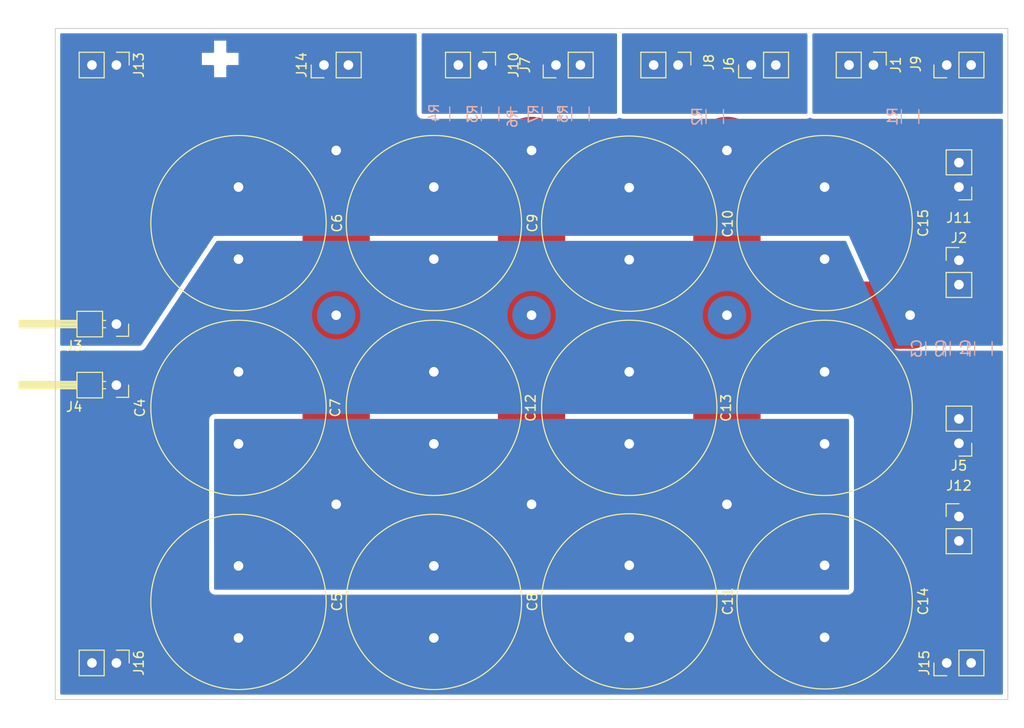
<source format=kicad_pcb>
(kicad_pcb (version 20211014) (generator pcbnew)
  (layers (0 "F.Cu" signal) (31 "B.Cu" signal) (34 "B.Paste" user) (35 "F.Paste" user) (36 "B.SilkS" user "B.Silkscreen") (37 "F.SilkS" user "F.Silkscreen") (38 "B.Mask" user) (39 "F.Mask" user) (44 "Edge.Cuts" user))
  (net 0 "")
  (net 1 "/VCC")
  (net 2 "/GND")
  (net 3 "/R1")
  (net 4 "/R0.1")
  (net 5 "/R0.05")
  (footprint "Capacitor_THT:C_Radial_D18.0mm_H35.5mm_P7.50mm" (layer "F.Cu") (at 135.89 100.39 90)
    (fp_text reference "C12" (at 3.75 -10.25 90) (layer "F.SilkS"))
    (fp_text value "10000uF")
    (fp_circle (center 3.75 0) (end 12.87 0) (layer "F.SilkS") (width 0.12) (fill none))
    (pad "1" thru_hole circle (at 0 0 90) (size 2 2) (drill 1) (layers *.Cu *.Mask) (net 1 "/VCC"))
    (pad "2" thru_hole circle (at 7.5 0 90) (size 2 2) (drill 1) (layers *.Cu *.Mask) (net 2 "/GND"))
  )
  (footprint "Connector_PinHeader_2.54mm:PinHeader_1x02_P2.54mm_Vertical" (layer "F.Cu") (at 161.29 60.96 -90)
    (fp_text reference "J1" (at 0 -2.33 90) (layer "F.SilkS"))
    (fp_text value "Conn_01x02_Male")
    (fp_line (start -1.33 -1.33) (end 0 -1.33) (layer "F.SilkS") (width 0.12))
    (fp_line (start -1.33 0) (end -1.33 -1.33) (layer "F.SilkS") (width 0.12))
    (fp_line (start -1.33 3.87) (end 1.33 3.87) (layer "F.SilkS") (width 0.12))
    (fp_line (start -1.33 1.27) (end 1.33 1.27) (layer "F.SilkS") (width 0.12))
    (fp_line (start -1.33 1.27) (end -1.33 3.87) (layer "F.SilkS") (width 0.12))
    (fp_line (start 1.33 1.27) (end 1.33 3.87) (layer "F.SilkS") (width 0.12))
    (pad "1" thru_hole rect (at 0 0 270) (size 1.7 1.7) (drill 1) (layers *.Cu *.Mask) (net 3 "/R1"))
    (pad "2" thru_hole oval (at 0 2.54 270) (size 1.7 1.7) (drill 1) (layers *.Cu *.Mask) (net 3 "/R1"))
  )
  (footprint "Connector_PinHeader_2.54mm:PinHeader_1x02_P2.54mm_Vertical" (layer "F.Cu") (at 140.97 60.96 -90)
    (fp_text reference "J8" (at -0.29 -3.21 90) (layer "F.SilkS"))
    (fp_text value "Conn_01x02_Male")
    (fp_line (start -1.33 3.87) (end 1.33 3.87) (layer "F.SilkS") (width 0.12))
    (fp_line (start -1.33 -1.33) (end 0 -1.33) (layer "F.SilkS") (width 0.12))
    (fp_line (start -1.33 1.27) (end 1.33 1.27) (layer "F.SilkS") (width 0.12))
    (fp_line (start 1.33 1.27) (end 1.33 3.87) (layer "F.SilkS") (width 0.12))
    (fp_line (start -1.33 0) (end -1.33 -1.33) (layer "F.SilkS") (width 0.12))
    (fp_line (start -1.33 1.27) (end -1.33 3.87) (layer "F.SilkS") (width 0.12))
    (pad "1" thru_hole rect (at 0 0 270) (size 1.7 1.7) (drill 1) (layers *.Cu *.Mask) (net 4 "/R0.1"))
    (pad "2" thru_hole oval (at 0 2.54 270) (size 1.7 1.7) (drill 1) (layers *.Cu *.Mask) (net 4 "/R0.1"))
  )
  (footprint "Connector_PinHeader_2.54mm:PinHeader_1x02_P2.54mm_Vertical" (layer "F.Cu") (at 170.18 100.33 180)
    (fp_text reference "J5" (at 0 -2.33) (layer "F.SilkS"))
    (fp_text value "Conn_01x02_Male")
    (fp_line (start -1.33 -1.33) (end 0 -1.33) (layer "F.SilkS") (width 0.12))
    (fp_line (start -1.33 0) (end -1.33 -1.33) (layer "F.SilkS") (width 0.12))
    (fp_line (start -1.33 1.27) (end 1.33 1.27) (layer "F.SilkS") (width 0.12))
    (fp_line (start 1.33 1.27) (end 1.33 3.87) (layer "F.SilkS") (width 0.12))
    (fp_line (start -1.33 1.27) (end -1.33 3.87) (layer "F.SilkS") (width 0.12))
    (fp_line (start -1.33 3.87) (end 1.33 3.87) (layer "F.SilkS") (width 0.12))
    (pad "1" thru_hole rect (at 0 0 180) (size 1.7 1.7) (drill 1) (layers *.Cu *.Mask) (net 2 "/GND"))
    (pad "2" thru_hole oval (at 0 2.54 180) (size 1.7 1.7) (drill 1) (layers *.Cu *.Mask) (net 2 "/GND"))
  )
  (footprint "Capacitor_THT:C_Radial_D18.0mm_H35.5mm_P7.50mm" (layer "F.Cu") (at 156.21 73.66 -90)
    (fp_text reference "C15" (at 3.75 -10.25 90) (layer "F.SilkS"))
    (fp_text value "10000uF")
    (fp_circle (center 3.75 0) (end 12.87 0) (layer "F.SilkS") (width 0.12) (fill none))
    (pad "1" thru_hole circle (at 0 0 270) (size 2 2) (drill 1) (layers *.Cu *.Mask) (net 1 "/VCC"))
    (pad "2" thru_hole circle (at 7.5 0 270) (size 2 2) (drill 1) (layers *.Cu *.Mask) (net 2 "/GND"))
  )
  (footprint "Capacitor_THT:C_Radial_D18.0mm_H35.5mm_P7.50mm" (layer "F.Cu") (at 115.57 113.09 -90)
    (fp_text reference "C8" (at 3.75 -10.25 90) (layer "F.SilkS"))
    (fp_text value "10000uF")
    (fp_circle (center 3.75 0) (end 12.87 0) (layer "F.SilkS") (width 0.12) (fill none))
    (pad "1" thru_hole circle (at 0 0 270) (size 2 2) (drill 1) (layers *.Cu *.Mask) (net 1 "/VCC"))
    (pad "2" thru_hole circle (at 7.5 0 270) (size 2 2) (drill 1) (layers *.Cu *.Mask) (net 2 "/GND"))
  )
  (footprint "Capacitor_THT:C_Radial_D18.0mm_H35.5mm_P7.50mm" (layer "F.Cu") (at 156.21 113.03 -90)
    (fp_text reference "C14" (at 3.75 -10.25 90) (layer "F.SilkS"))
    (fp_text value "10000uF")
    (fp_circle (center 3.75 0) (end 12.87 0) (layer "F.SilkS") (width 0.12) (fill none))
    (pad "1" thru_hole circle (at 0 0 270) (size 2 2) (drill 1) (layers *.Cu *.Mask) (net 1 "/VCC"))
    (pad "2" thru_hole circle (at 7.5 0 270) (size 2 2) (drill 1) (layers *.Cu *.Mask) (net 2 "/GND"))
  )
  (footprint "Capacitor_THT:C_Radial_D18.0mm_H35.5mm_P7.50mm" (layer "F.Cu") (at 95.25 113.09 -90)
    (fp_text reference "C5" (at 3.75 -10.25 90) (layer "F.SilkS"))
    (fp_text value "10000uF")
    (fp_circle (center 3.75 0) (end 12.87 0) (layer "F.SilkS") (width 0.12) (fill none))
    (pad "1" thru_hole circle (at 0 0 270) (size 2 2) (drill 1) (layers *.Cu *.Mask) (net 1 "/VCC"))
    (pad "2" thru_hole circle (at 7.5 0 270) (size 2 2) (drill 1) (layers *.Cu *.Mask) (net 2 "/GND"))
  )
  (footprint "Connector_PinHeader_2.54mm:PinHeader_1x02_P2.54mm_Vertical" (layer "F.Cu") (at 128.27 60.96 90)
    (fp_text reference "J7" (at 0 -3.21 90) (layer "F.SilkS"))
    (fp_text value "Conn_01x02_Male")
    (fp_line (start -1.33 3.87) (end 1.33 3.87) (layer "F.SilkS") (width 0.12))
    (fp_line (start -1.33 1.27) (end -1.33 3.87) (layer "F.SilkS") (width 0.12))
    (fp_line (start -1.33 0) (end -1.33 -1.33) (layer "F.SilkS") (width 0.12))
    (fp_line (start 1.33 1.27) (end 1.33 3.87) (layer "F.SilkS") (width 0.12))
    (fp_line (start -1.33 1.27) (end 1.33 1.27) (layer "F.SilkS") (width 0.12))
    (fp_line (start -1.33 -1.33) (end 0 -1.33) (layer "F.SilkS") (width 0.12))
    (pad "1" thru_hole rect (at 0 0 90) (size 1.7 1.7) (drill 1) (layers *.Cu *.Mask) (net 5 "/R0.05"))
    (pad "2" thru_hole oval (at 0 2.54 90) (size 1.7 1.7) (drill 1) (layers *.Cu *.Mask) (net 5 "/R0.05"))
  )
  (footprint "Capacitor_THT:C_Radial_D18.0mm_H35.5mm_P7.50mm" (layer "F.Cu") (at 115.57 73.66 -90)
    (fp_text reference "C9" (at 3.75 -10.25 90) (layer "F.SilkS"))
    (fp_text value "10000uF")
    (fp_circle (center 3.75 0) (end 12.87 0) (layer "F.SilkS") (width 0.12) (fill none))
    (pad "1" thru_hole circle (at 0 0 270) (size 2 2) (drill 1) (layers *.Cu *.Mask) (net 1 "/VCC"))
    (pad "2" thru_hole circle (at 7.5 0 270) (size 2 2) (drill 1) (layers *.Cu *.Mask) (net 2 "/GND"))
  )
  (footprint "Connector_PinHeader_2.54mm:PinHeader_1x02_P2.54mm_Vertical" (layer "F.Cu") (at 168.91 60.96 90)
    (fp_text reference "J9" (at 0.12 -3.21 90) (layer "F.SilkS"))
    (fp_text value "Conn_01x02_Male")
    (fp_line (start 1.33 1.27) (end 1.33 3.87) (layer "F.SilkS") (width 0.12))
    (fp_line (start -1.33 3.87) (end 1.33 3.87) (layer "F.SilkS") (width 0.12))
    (fp_line (start -1.33 1.27) (end 1.33 1.27) (layer "F.SilkS") (width 0.12))
    (fp_line (start -1.33 0) (end -1.33 -1.33) (layer "F.SilkS") (width 0.12))
    (fp_line (start -1.33 1.27) (end -1.33 3.87) (layer "F.SilkS") (width 0.12))
    (fp_line (start -1.33 -1.33) (end 0 -1.33) (layer "F.SilkS") (width 0.12))
    (pad "1" thru_hole rect (at 0 0 90) (size 1.7 1.7) (drill 1) (layers *.Cu *.Mask) (net 3 "/R1"))
    (pad "2" thru_hole oval (at 0 2.54 90) (size 1.7 1.7) (drill 1) (layers *.Cu *.Mask) (net 3 "/R1"))
  )
  (footprint "Capacitor_THT:C_Radial_D18.0mm_H35.5mm_P7.50mm" (layer "F.Cu") (at 156.21 100.39 90)
    (fp_text reference "C13" (at 3.75 -10.25 90) (layer "F.SilkS"))
    (fp_text value "10000uF")
    (fp_circle (center 3.75 0) (end 12.87 0) (layer "F.SilkS") (width 0.12) (fill none))
    (pad "1" thru_hole circle (at 0 0 90) (size 2 2) (drill 1) (layers *.Cu *.Mask) (net 1 "/VCC"))
    (pad "2" thru_hole circle (at 7.5 0 90) (size 2 2) (drill 1) (layers *.Cu *.Mask) (net 2 "/GND"))
  )
  (footprint "Capacitor_THT:C_Radial_D18.0mm_H35.5mm_P7.50mm" (layer "F.Cu") (at 115.57 100.39 90)
    (fp_text reference "C7" (at 3.75 -10.25 90) (layer "F.SilkS"))
    (fp_text value "10000uF")
    (fp_circle (center 3.75 0) (end 12.87 0) (layer "F.SilkS") (width 0.12) (fill none))
    (pad "1" thru_hole circle (at 0 0 90) (size 2 2) (drill 1) (layers *.Cu *.Mask) (net 1 "/VCC"))
    (pad "2" thru_hole circle (at 7.5 0 90) (size 2 2) (drill 1) (layers *.Cu *.Mask) (net 2 "/GND"))
  )
  (footprint "Connector_PinHeader_2.54mm:PinHeader_1x02_P2.54mm_Vertical" (layer "F.Cu") (at 82.55 60.96 -90)
    (fp_text reference "J13" (at 0 -2.33 90) (layer "F.SilkS"))
    (fp_text value "Conn_01x02_Male")
    (fp_line (start -1.33 3.87) (end 1.33 3.87) (layer "F.SilkS") (width 0.12))
    (fp_line (start -1.33 0) (end -1.33 -1.33) (layer "F.SilkS") (width 0.12))
    (fp_line (start -1.33 1.27) (end -1.33 3.87) (layer "F.SilkS") (width 0.12))
    (fp_line (start 1.33 1.27) (end 1.33 3.87) (layer "F.SilkS") (width 0.12))
    (fp_line (start -1.33 -1.33) (end 0 -1.33) (layer "F.SilkS") (width 0.12))
    (fp_line (start -1.33 1.27) (end 1.33 1.27) (layer "F.SilkS") (width 0.12))
    (pad "1" thru_hole rect (at 0 0 270) (size 1.7 1.7) (drill 1) (layers *.Cu *.Mask) (net 1 "/VCC"))
    (pad "2" thru_hole oval (at 0 2.54 270) (size 1.7 1.7) (drill 1) (layers *.Cu *.Mask) (net 1 "/VCC"))
  )
  (footprint "Connector_PinHeader_2.54mm:PinHeader_1x01_P2.54mm_Horizontal" (layer "F.Cu") (at 82.55 94.2725 180)
    (fp_text reference "J4" (at 4.385 -2.27) (layer "F.SilkS"))
    (fp_text value "Conn_01x01_Female")
    (fp_line (start 1.11 -0.38) (end 1.44 -0.38) (layer "F.SilkS") (width 0.12))
    (fp_line (start -1.27 -1.27) (end 0 -1.27) (layer "F.SilkS") (width 0.12))
    (fp_line (start 4.1 -0.2) (end 10.1 -0.2) (layer "F.SilkS") (width 0.12))
    (fp_line (start 4.1 0.28) (end 10.1 0.28) (layer "F.SilkS") (width 0.12))
    (fp_line (start 4.1 1.33) (end 4.1 -1.33) (layer "F.SilkS") (width 0.12))
    (fp_line (start 4.1 -0.38) (end 10.1 -0.38) (layer "F.SilkS") (width 0.12))
    (fp_line (start 10.1 0.38) (end 4.1 0.38) (layer "F.SilkS") (width 0.12))
    (fp_line (start 4.1 -0.32) (end 10.1 -0.32) (layer "F.SilkS") (width 0.12))
    (fp_line (start 1.44 1.33) (end 4.1 1.33) (layer "F.SilkS") (width 0.12))
    (fp_line (start 1.11 0.38) (end 1.44 0.38) (layer "F.SilkS") (width 0.12))
    (fp_line (start -1.27 0) (end -1.27 -1.27) (layer "F.SilkS") (width 0.12))
    (fp_line (start 4.1 0.04) (end 10.1 0.04) (layer "F.SilkS") (width 0.12))
    (fp_line (start 4.1 0.16) (end 10.1 0.16) (layer "F.SilkS") (width 0.12))
    (fp_line (start 4.1 -1.33) (end 1.44 -1.33) (layer "F.SilkS") (width 0.12))
    (fp_line (start 10.1 -0.38) (end 10.1 0.38) (layer "F.SilkS") (width 0.12))
    (fp_line (start 4.1 -0.08) (end 10.1 -0.08) (layer "F.SilkS") (width 0.12))
    (fp_line (start 1.44 -1.33) (end 1.44 1.33) (layer "F.SilkS") (width 0.12))
    (pad "1" thru_hole rect (at 0 0 180) (size 1.7 1.7) (drill 1) (layers *.Cu *.Mask) (net 2 "/GND"))
  )
  (footprint "Capacitor_THT:C_Radial_D18.0mm_H35.5mm_P7.50mm" (layer "F.Cu") (at 135.89 73.72 -90)
    (fp_text reference "C10" (at 3.75 -10.25 90) (layer "F.SilkS"))
    (fp_text value "10000uF")
    (fp_circle (center 3.75 0) (end 12.87 0) (layer "F.SilkS") (width 0.12) (fill none))
    (pad "1" thru_hole circle (at 0 0 270) (size 2 2) (drill 1) (layers *.Cu *.Mask) (net 1 "/VCC"))
    (pad "2" thru_hole circle (at 7.5 0 270) (size 2 2) (drill 1) (layers *.Cu *.Mask) (net 2 "/GND"))
  )
  (footprint "Connector_PinHeader_2.54mm:PinHeader_1x01_P2.54mm_Horizontal" (layer "F.Cu") (at 82.55 87.9225 180)
    (fp_text reference "J3" (at 4.385 -2.27) (layer "F.SilkS"))
    (fp_text value "Conn_01x01_Female")
    (fp_line (start 1.11 -0.38) (end 1.44 -0.38) (layer "F.SilkS") (width 0.12))
    (fp_line (start 4.1 -0.32) (end 10.1 -0.32) (layer "F.SilkS") (width 0.12))
    (fp_line (start -1.27 -1.27) (end 0 -1.27) (layer "F.SilkS") (width 0.12))
    (fp_line (start 10.1 0.38) (end 4.1 0.38) (layer "F.SilkS") (width 0.12))
    (fp_line (start 10.1 -0.38) (end 10.1 0.38) (layer "F.SilkS") (width 0.12))
    (fp_line (start 4.1 -0.38) (end 10.1 -0.38) (layer "F.SilkS") (width 0.12))
    (fp_line (start 4.1 1.33) (end 4.1 -1.33) (layer "F.SilkS") (width 0.12))
    (fp_line (start 4.1 0.28) (end 10.1 0.28) (layer "F.SilkS") (width 0.12))
    (fp_line (start 1.11 0.38) (end 1.44 0.38) (layer "F.SilkS") (width 0.12))
    (fp_line (start -1.27 0) (end -1.27 -1.27) (layer "F.SilkS") (width 0.12))
    (fp_line (start 4.1 -1.33) (end 1.44 -1.33) (layer "F.SilkS") (width 0.12))
    (fp_line (start 4.1 -0.08) (end 10.1 -0.08) (layer "F.SilkS") (width 0.12))
    (fp_line (start 1.44 -1.33) (end 1.44 1.33) (layer "F.SilkS") (width 0.12))
    (fp_line (start 4.1 0.16) (end 10.1 0.16) (layer "F.SilkS") (width 0.12))
    (fp_line (start 1.44 1.33) (end 4.1 1.33) (layer "F.SilkS") (width 0.12))
    (fp_line (start 4.1 0.04) (end 10.1 0.04) (layer "F.SilkS") (width 0.12))
    (fp_line (start 4.1 -0.2) (end 10.1 -0.2) (layer "F.SilkS") (width 0.12))
    (pad "1" thru_hole rect (at 0 0 180) (size 1.7 1.7) (drill 1) (layers *.Cu *.Mask) (net 1 "/VCC"))
  )
  (footprint "Connector_PinHeader_2.54mm:PinHeader_1x02_P2.54mm_Vertical" (layer "F.Cu") (at 170.18 81.28)
    (fp_text reference "J2" (at 0 -2.33) (layer "F.SilkS"))
    (fp_text value "Conn_01x02_Male")
    (fp_line (start -1.33 1.27) (end -1.33 3.87) (layer "F.SilkS") (width 0.12))
    (fp_line (start -1.33 -1.33) (end 0 -1.33) (layer "F.SilkS") (width 0.12))
    (fp_line (start -1.33 3.87) (end 1.33 3.87) (layer "F.SilkS") (width 0.12))
    (fp_line (start 1.33 1.27) (end 1.33 3.87) (layer "F.SilkS") (width 0.12))
    (fp_line (start -1.33 0) (end -1.33 -1.33) (layer "F.SilkS") (width 0.12))
    (fp_line (start -1.33 1.27) (end 1.33 1.27) (layer "F.SilkS") (width 0.12))
    (pad "1" thru_hole rect (at 0 0) (size 1.7 1.7) (drill 1) (layers *.Cu *.Mask) (net 1 "/VCC"))
    (pad "2" thru_hole oval (at 0 2.54) (size 1.7 1.7) (drill 1) (layers *.Cu *.Mask) (net 1 "/VCC"))
  )
  (footprint "Connector_PinHeader_2.54mm:PinHeader_1x02_P2.54mm_Vertical" (layer "F.Cu") (at 82.55 123.19 -90)
    (fp_text reference "J16" (at 0 -2.33 90) (layer "F.SilkS"))
    (fp_text value "Conn_01x02_Male")
    (fp_line (start -1.33 -1.33) (end 0 -1.33) (layer "F.SilkS") (width 0.12))
    (fp_line (start -1.33 1.27) (end 1.33 1.27) (layer "F.SilkS") (width 0.12))
    (fp_line (start 1.33 1.27) (end 1.33 3.87) (layer "F.SilkS") (width 0.12))
    (fp_line (start -1.33 0) (end -1.33 -1.33) (layer "F.SilkS") (width 0.12))
    (fp_line (start -1.33 1.27) (end -1.33 3.87) (layer "F.SilkS") (width 0.12))
    (fp_line (start -1.33 3.87) (end 1.33 3.87) (layer "F.SilkS") (width 0.12))
    (pad "1" thru_hole rect (at 0 0 270) (size 1.7 1.7) (drill 1) (layers *.Cu *.Mask) (net 2 "/GND"))
    (pad "2" thru_hole oval (at 0 2.54 270) (size 1.7 1.7) (drill 1) (layers *.Cu *.Mask) (net 2 "/GND"))
  )
  (footprint "Connector_PinHeader_2.54mm:PinHeader_1x02_P2.54mm_Vertical" (layer "F.Cu") (at 168.91 123.19 90)
    (fp_text reference "J15" (at 0 -2.33 90) (layer "F.SilkS"))
    (fp_text value "Conn_01x02_Male")
    (fp_line (start -1.33 0) (end -1.33 -1.33) (layer "F.SilkS") (width 0.12))
    (fp_line (start 1.33 1.27) (end 1.33 3.87) (layer "F.SilkS") (width 0.12))
    (fp_line (start -1.33 1.27) (end 1.33 1.27) (layer "F.SilkS") (width 0.12))
    (fp_line (start -1.33 3.87) (end 1.33 3.87) (layer "F.SilkS") (width 0.12))
    (fp_line (start -1.33 1.27) (end -1.33 3.87) (layer "F.SilkS") (width 0.12))
    (fp_line (start -1.33 -1.33) (end 0 -1.33) (layer "F.SilkS") (width 0.12))
    (pad "1" thru_hole rect (at 0 0 90) (size 1.7 1.7) (drill 1) (layers *.Cu *.Mask) (net 2 "/GND"))
    (pad "2" thru_hole oval (at 0 2.54 90) (size 1.7 1.7) (drill 1) (layers *.Cu *.Mask) (net 2 "/GND"))
  )
  (footprint "Connector_PinHeader_2.54mm:PinHeader_1x02_P2.54mm_Vertical" (layer "F.Cu") (at 170.18 73.66 180)
    (fp_text reference "J11" (at 0 -3.21) (layer "F.SilkS"))
    (fp_text value "Conn_01x02_Male")
    (fp_line (start -1.33 0) (end -1.33 -1.33) (layer "F.SilkS") (width 0.12))
    (fp_line (start -1.33 -1.33) (end 0 -1.33) (layer "F.SilkS") (width 0.12))
    (fp_line (start -1.33 1.27) (end 1.33 1.27) (layer "F.SilkS") (width 0.12))
    (fp_line (start -1.33 1.27) (end -1.33 3.87) (layer "F.SilkS") (width 0.12))
    (fp_line (start -1.33 3.87) (end 1.33 3.87) (layer "F.SilkS") (width 0.12))
    (fp_line (start 1.33 1.27) (end 1.33 3.87) (layer "F.SilkS") (width 0.12))
    (pad "1" thru_hole rect (at 0 0 180) (size 1.7 1.7) (drill 1) (layers *.Cu *.Mask) (net 1 "/VCC"))
    (pad "2" thru_hole oval (at 0 2.54 180) (size 1.7 1.7) (drill 1) (layers *.Cu *.Mask) (net 1 "/VCC"))
  )
  (footprint "Capacitor_THT:C_Radial_D18.0mm_H35.5mm_P7.50mm" (layer "F.Cu") (at 135.89 113.03 -90)
    (fp_text reference "C11" (at 3.75 -10.25 90) (layer "F.SilkS"))
    (fp_text value "10000uF")
    (fp_circle (center 3.75 0) (end 12.87 0) (layer "F.SilkS") (width 0.12) (fill none))
    (pad "1" thru_hole circle (at 0 0 270) (size 2 2) (drill 1) (layers *.Cu *.Mask) (net 1 "/VCC"))
    (pad "2" thru_hole circle (at 7.5 0 270) (size 2 2) (drill 1) (layers *.Cu *.Mask) (net 2 "/GND"))
  )
  (footprint "Connector_PinHeader_2.54mm:PinHeader_1x02_P2.54mm_Vertical" (layer "F.Cu") (at 104.14 60.96 90)
    (fp_text reference "J14" (at 0 -2.33 90) (layer "F.SilkS"))
    (fp_text value "Conn_01x02_Male")
    (fp_line (start -1.33 -1.33) (end 0 -1.33) (layer "F.SilkS") (width 0.12))
    (fp_line (start 1.33 1.27) (end 1.33 3.87) (layer "F.SilkS") (width 0.12))
    (fp_line (start -1.33 1.27) (end -1.33 3.87) (layer "F.SilkS") (width 0.12))
    (fp_line (start -1.33 0) (end -1.33 -1.33) (layer "F.SilkS") (width 0.12))
    (fp_line (start -1.33 3.87) (end 1.33 3.87) (layer "F.SilkS") (width 0.12))
    (fp_line (start -1.33 1.27) (end 1.33 1.27) (layer "F.SilkS") (width 0.12))
    (pad "1" thru_hole rect (at 0 0 90) (size 1.7 1.7) (drill 1) (layers *.Cu *.Mask) (net 1 "/VCC"))
    (pad "2" thru_hole oval (at 0 2.54 90) (size 1.7 1.7) (drill 1) (layers *.Cu *.Mask) (net 1 "/VCC"))
  )
  (footprint "Connector_PinHeader_2.54mm:PinHeader_1x02_P2.54mm_Vertical" (layer "F.Cu") (at 120.65 60.96 -90)
    (fp_text reference "J10" (at 0 -3.21 90) (layer "F.SilkS"))
    (fp_text value "Conn_01x02_Male")
    (fp_line (start -1.33 0) (end -1.33 -1.33) (layer "F.SilkS") (width 0.12))
    (fp_line (start -1.33 3.87) (end 1.33 3.87) (layer "F.SilkS") (width 0.12))
    (fp_line (start -1.33 1.27) (end 1.33 1.27) (layer "F.SilkS") (width 0.12))
    (fp_line (start 1.33 1.27) (end 1.33 3.87) (layer "F.SilkS") (width 0.12))
    (fp_line (start -1.33 -1.33) (end 0 -1.33) (layer "F.SilkS") (width 0.12))
    (fp_line (start -1.33 1.27) (end -1.33 3.87) (layer "F.SilkS") (width 0.12))
    (pad "1" thru_hole rect (at 0 0 270) (size 1.7 1.7) (drill 1) (layers *.Cu *.Mask) (net 5 "/R0.05"))
    (pad "2" thru_hole oval (at 0 2.54 270) (size 1.7 1.7) (drill 1) (layers *.Cu *.Mask) (net 5 "/R0.05"))
  )
  (footprint "Capacitor_THT:C_Radial_D18.0mm_H35.5mm_P7.50mm" (layer "F.Cu") (at 95.25 73.66 -90)
    (fp_text reference "C6" (at 3.75 -10.25 90) (layer "F.SilkS"))
    (fp_text value "10000uF")
    (fp_circle (center 3.75 0) (end 12.87 0) (layer "F.SilkS") (width 0.12) (fill none))
    (pad "1" thru_hole circle (at 0 0 270) (size 2 2) (drill 1) (layers *.Cu *.Mask) (net 1 "/VCC"))
    (pad "2" thru_hole circle (at 7.5 0 270) (size 2 2) (drill 1) (layers *.Cu *.Mask) (net 2 "/GND"))
  )
  (footprint "Connector_PinHeader_2.54mm:PinHeader_1x02_P2.54mm_Vertical" (layer "F.Cu") (at 170.18 107.95)
    (fp_text reference "J12" (at 0 -3.21) (layer "F.SilkS"))
    (fp_text value "Conn_01x02_Male")
    (fp_line (start -1.33 3.87) (end 1.33 3.87) (layer "F.SilkS") (width 0.12))
    (fp_line (start -1.33 1.27) (end 1.33 1.27) (layer "F.SilkS") (width 0.12))
    (fp_line (start 1.33 1.27) (end 1.33 3.87) (layer "F.SilkS") (width 0.12))
    (fp_line (start -1.33 0) (end -1.33 -1.33) (layer "F.SilkS") (width 0.12))
    (fp_line (start -1.33 1.27) (end -1.33 3.87) (layer "F.SilkS") (width 0.12))
    (fp_line (start -1.33 -1.33) (end 0 -1.33) (layer "F.SilkS") (width 0.12))
    (pad "1" thru_hole rect (at 0 0) (size 1.7 1.7) (drill 1) (layers *.Cu *.Mask) (net 2 "/GND"))
    (pad "2" thru_hole oval (at 0 2.54) (size 1.7 1.7) (drill 1) (layers *.Cu *.Mask) (net 2 "/GND"))
  )
  (footprint "Capacitor_THT:C_Radial_D18.0mm_H35.5mm_P7.50mm" (layer "F.Cu") (at 95.25 100.39 90)
    (fp_text reference "C4" (at 3.75 -10.25 90) (layer "F.SilkS"))
    (fp_text value "10000uF")
    (fp_circle (center 3.75 0) (end 12.87 0) (layer "F.SilkS") (width 0.12) (fill none))
    (pad "1" thru_hole circle (at 0 0 90) (size 2 2) (drill 1) (layers *.Cu *.Mask) (net 1 "/VCC"))
    (pad "2" thru_hole circle (at 7.5 0 90) (size 2 2) (drill 1) (layers *.Cu *.Mask) (net 2 "/GND"))
  )
  (footprint "Connector_PinHeader_2.54mm:PinHeader_1x02_P2.54mm_Vertical" (layer "F.Cu") (at 148.59 60.96 90)
    (fp_text reference "J6" (at 0 -2.33 90) (layer "F.SilkS"))
    (fp_text value "Conn_01x02_Male")
    (fp_line (start 1.33 1.27) (end 1.33 3.87) (layer "F.SilkS") (width 0.12))
    (fp_line (start -1.33 -1.33) (end 0 -1.33) (layer "F.SilkS") (width 0.12))
    (fp_line (start -1.33 0) (end -1.33 -1.33) (layer "F.SilkS") (width 0.12))
    (fp_line (start -1.33 3.87) (end 1.33 3.87) (layer "F.SilkS") (width 0.12))
    (fp_line (start -1.33 1.27) (end -1.33 3.87) (layer "F.SilkS") (width 0.12))
    (fp_line (start -1.33 1.27) (end 1.33 1.27) (layer "F.SilkS") (width 0.12))
    (pad "1" thru_hole rect (at 0 0 90) (size 1.7 1.7) (drill 1) (layers *.Cu *.Mask) (net 4 "/R0.1"))
    (pad "2" thru_hole oval (at 0 2.54 90) (size 1.7 1.7) (drill 1) (layers *.Cu *.Mask) (net 4 "/R0.1"))
  )
  (footprint "Capacitor_SMD:C_1206_3216Metric_Pad1.33x1.80mm_HandSolder" (layer "B.Cu") (at 167.64 90.4625 -90)
    (fp_text reference "C3" (at 0 1.85 90) (layer "B.SilkS") (effects (justify mirror)))
    (fp_text value "100nF")
    (fp_line (start -0.711252 -0.91) (end 0.711252 -0.91) (layer "B.SilkS") (width 0.12))
    (fp_line (start -0.711252 0.91) (end 0.711252 0.91) (layer "B.SilkS") (width 0.12))
    (pad "1" smd roundrect (at -1.5625 0 270) (size 1.325 1.8) (layers "B.Cu" "B.Paste" "B.Mask") (roundrect_rratio 0.1886792453) (net 1 "/VCC"))
    (pad "2" smd roundrect (at 1.5625 0 270) (size 1.325 1.8) (layers "B.Cu" "B.Paste" "B.Mask") (roundrect_rratio 0.1886792453) (net 2 "/GND"))
  )
  (footprint "Resistor_SMD:R_1206_3216Metric_Pad1.30x1.75mm_HandSolder" (layer "B.Cu") (at 118.13 66.04 -90)
    (fp_text reference "R4" (at -0.09 2.53 90) (layer "B.SilkS") (effects (justify mirror)))
    (fp_text value "0.1R")
    (fp_line (start -0.727064 -0.91) (end 0.727064 -0.91) (layer "B.SilkS") (width 0.12))
    (fp_line (start -0.727064 0.91) (end 0.727064 0.91) (layer "B.SilkS") (width 0.12))
    (pad "1" smd roundrect (at -1.55 0 270) (size 1.3 1.75) (layers "B.Cu" "B.Paste" "B.Mask") (roundrect_rratio 0.192308) (net 5 "/R0.05"))
    (pad "2" smd roundrect (at 1.55 0 270) (size 1.3 1.75) (layers "B.Cu" "B.Paste" "B.Mask") (roundrect_rratio 0.192308) (net 1 "/VCC"))
  )
  (footprint "Resistor_SMD:R_1206_3216Metric_Pad1.30x1.75mm_HandSolder" (layer "B.Cu") (at 144.78 66.32 -90)
    (fp_text reference "R2" (at 0 1.82 90) (layer "B.SilkS") (effects (justify mirror)))
    (fp_text value "1R")
    (fp_line (start -0.727064 -0.91) (end 0.727064 -0.91) (layer "B.SilkS") (width 0.12))
    (fp_line (start -0.727064 0.91) (end 0.727064 0.91) (layer "B.SilkS") (width 0.12))
    (pad "1" smd roundrect (at -1.55 0 270) (size 1.3 1.75) (layers "B.Cu" "B.Paste" "B.Mask") (roundrect_rratio 0.1923076923) (net 4 "/R0.1"))
    (pad "2" smd roundrect (at 1.55 0 270) (size 1.3 1.75) (layers "B.Cu" "B.Paste" "B.Mask") (roundrect_rratio 0.1923076923) (net 1 "/VCC"))
  )
  (footprint "Resistor_SMD:R_1206_3216Metric_Pad1.30x1.75mm_HandSolder" (layer "B.Cu") (at 127.75 66.04 -90)
    (fp_text reference "R7" (at 0 1.82 90) (layer "B.SilkS") (effects (justify mirror)))
    (fp_text value "0.1R")
    (fp_line (start -0.727064 -0.91) (end 0.727064 -0.91) (layer "B.SilkS") (width 0.12))
    (fp_line (start -0.727064 0.91) (end 0.727064 0.91) (layer "B.SilkS") (width 0.12))
    (pad "1" smd roundrect (at -1.55 0 270) (size 1.3 1.75) (layers "B.Cu" "B.Paste" "B.Mask") (roundrect_rratio 0.192308) (net 5 "/R0.05"))
    (pad "2" smd roundrect (at 1.55 0 270) (size 1.3 1.75) (layers "B.Cu" "B.Paste" "B.Mask") (roundrect_rratio 0.192308) (net 1 "/VCC"))
  )
  (footprint "Resistor_SMD:R_1206_3216Metric_Pad1.30x1.75mm_HandSolder" (layer "B.Cu") (at 121.42 66.04 -90)
    (fp_text reference "R3" (at 0 1.82 90) (layer "B.SilkS") (effects (justify mirror)))
    (fp_text value "0.1R")
    (fp_line (start -0.727064 0.91) (end 0.727064 0.91) (layer "B.SilkS") (width 0.12))
    (fp_line (start -0.727064 -0.91) (end 0.727064 -0.91) (layer "B.SilkS") (width 0.12))
    (pad "1" smd roundrect (at -1.55 0 270) (size 1.3 1.75) (layers "B.Cu" "B.Paste" "B.Mask") (roundrect_rratio 0.192308) (net 5 "/R0.05"))
    (pad "2" smd roundrect (at 1.55 0 270) (size 1.3 1.75) (layers "B.Cu" "B.Paste" "B.Mask") (roundrect_rratio 0.192308) (net 1 "/VCC"))
  )
  (footprint "Resistor_SMD:R_1206_3216Metric_Pad1.30x1.75mm_HandSolder" (layer "B.Cu") (at 124.46 66.04 -90)
    (fp_text reference "R6" (at 0.49 0.71 90) (layer "B.SilkS") (effects (justify mirror)))
    (fp_text value "0.1R")
    (fp_line (start -0.727064 -0.91) (end 0.727064 -0.91) (layer "B.SilkS") (width 0.12))
    (fp_line (start -0.727064 0.91) (end 0.727064 0.91) (layer "B.SilkS") (width 0.12))
    (pad "1" smd roundrect (at -1.55 0 270) (size 1.3 1.75) (layers "B.Cu" "B.Paste" "B.Mask") (roundrect_rratio 0.192308) (net 5 "/R0.05"))
    (pad "2" smd roundrect (at 1.55 0 270) (size 1.3 1.75) (layers "B.Cu" "B.Paste" "B.Mask") (roundrect_rratio 0.192308) (net 1 "/VCC"))
  )
  (footprint "Capacitor_SMD:C_1206_3216Metric_Pad1.33x1.80mm_HandSolder" (layer "B.Cu") (at 172.72 90.4625 -90)
    (fp_text reference "C1" (at 0 1.85 90) (layer "B.SilkS") (effects (justify mirror)))
    (fp_text value "10uF")
    (fp_line (start -0.711252 -0.91) (end 0.711252 -0.91) (layer "B.SilkS") (width 0.12))
    (fp_line (start -0.711252 0.91) (end 0.711252 0.91) (layer "B.SilkS") (width 0.12))
    (pad "1" smd roundrect (at -1.5625 0 270) (size 1.325 1.8) (layers "B.Cu" "B.Paste" "B.Mask") (roundrect_rratio 0.1886792453) (net 1 "/VCC"))
    (pad "2" smd roundrect (at 1.5625 0 270) (size 1.325 1.8) (layers "B.Cu" "B.Paste" "B.Mask") (roundrect_rratio 0.1886792453) (net 2 "/GND"))
  )
  (footprint "Capacitor_SMD:C_1206_3216Metric_Pad1.33x1.80mm_HandSolder" (layer "B.Cu") (at 170.18 90.4625 -90)
    (fp_text reference "C2" (at 0 1.85 90) (layer "B.SilkS") (effects (justify mirror)))
    (fp_text value "1uF")
    (fp_line (start -0.711252 -0.91) (end 0.711252 -0.91) (layer "B.SilkS") (width 0.12))
    (fp_line (start -0.711252 0.91) (end 0.711252 0.91) (layer "B.SilkS") (width 0.12))
    (pad "1" smd roundrect (at -1.5625 0 270) (size 1.325 1.8) (layers "B.Cu" "B.Paste" "B.Mask") (roundrect_rratio 0.1886792453) (net 1 "/VCC"))
    (pad "2" smd roundrect (at 1.5625 0 270) (size 1.325 1.8) (layers "B.Cu" "B.Paste" "B.Mask") (roundrect_rratio 0.1886792453) (net 2 "/GND"))
  )
  (footprint "Resistor_SMD:R_1206_3216Metric_Pad1.30x1.75mm_HandSolder" (layer "B.Cu") (at 130.81 66.04 -90)
    (fp_text reference "R5" (at 0 1.82 90) (layer "B.SilkS") (effects (justify mirror)))
    (fp_text value "0.1R")
    (fp_line (start -0.727064 -0.91) (end 0.727064 -0.91) (layer "B.SilkS") (width 0.12))
    (fp_line (start -0.727064 0.91) (end 0.727064 0.91) (layer "B.SilkS") (width 0.12))
    (pad "1" smd roundrect (at -1.55 0 270) (size 1.3 1.75) (layers "B.Cu" "B.Paste" "B.Mask") (roundrect_rratio 0.192308) (net 5 "/R0.05"))
    (pad "2" smd roundrect (at 1.55 0 270) (size 1.3 1.75) (layers "B.Cu" "B.Paste" "B.Mask") (roundrect_rratio 0.192308) (net 1 "/VCC"))
  )
  (footprint "Resistor_SMD:R_1206_3216Metric_Pad1.30x1.75mm_HandSolder" (layer "B.Cu") (at 165.1 66.32 -90)
    (fp_text reference "R1" (at 0 1.82 90) (layer "B.SilkS") (effects (justify mirror)))
    (fp_text value "1R")
    (fp_line (start -0.727064 0.91) (end 0.727064 0.91) (layer "B.SilkS") (width 0.12))
    (fp_line (start -0.727064 -0.91) (end 0.727064 -0.91) (layer "B.SilkS") (width 0.12))
    (pad "1" smd roundrect (at -1.55 0 270) (size 1.3 1.75) (layers "B.Cu" "B.Paste" "B.Mask") (roundrect_rratio 0.1923076923) (net 3 "/R1"))
    (pad "2" smd roundrect (at 1.55 0 270) (size 1.3 1.75) (layers "B.Cu" "B.Paste" "B.Mask") (roundrect_rratio 0.1923076923) (net 1 "/VCC"))
  )
  (gr_rect (start 76.2 127) (end 175.26 57.15) (layer "Edge.Cuts") (width 0.1) (fill none))
  (segment (start 165.1 86.995) (end 105.41 86.995) (width 7) (layer "F.Cu") (net 1))
  (segment (start 146.05 106.68) (end 146.05 86.995) (width 7) (layer "F.Cu") (net 1))
  (segment (start 125.73 86.995) (end 125.73 69.85) (width 7) (layer "F.Cu") (net 1))
  (segment (start 146.05 86.995) (end 146.05 69.85) (width 7) (layer "F.Cu") (net 1))
  (segment (start 105.41 106.68) (end 105.41 69.85) (width 7) (layer "F.Cu") (net 1))
  (segment (start 125.73 106.68) (end 125.73 86.995) (width 7) (layer "F.Cu") (net 1))
  (via (at 146.05 69.85) (size 4) (drill 1) (layers "F.Cu" "B.Cu") (net 1))
  (via (at 165.1 86.995) (size 4) (drill 1) (layers "F.Cu" "B.Cu") (net 1))
  (via (at 146.05 106.68) (size 4) (drill 1) (layers "F.Cu" "B.Cu") (net 1))
  (via (at 125.73 69.85) (size 4) (drill 1) (layers "F.Cu" "B.Cu") (net 1))
  (via (at 105.41 86.995) (size 4) (drill 1) (layers "F.Cu" "B.Cu") (net 1))
  (via (at 125.73 106.68) (size 4) (drill 1) (layers "F.Cu" "B.Cu") (net 1))
  (via (at 105.41 69.85) (size 4) (drill 1) (layers "F.Cu" "B.Cu") (net 1))
  (via (at 146.05 86.995) (size 4) (drill 1) (layers "F.Cu" "B.Cu") (net 1))
  (via (at 125.73 86.995) (size 4) (drill 1) (layers "F.Cu" "B.Cu") (net 1))
  (via (at 105.41 106.68) (size 4) (drill 1) (layers "F.Cu" "B.Cu") (net 1))
  (zone (net 0) (net_name "") (layer "B.Cu") (connect_pads yes (clearance 0)) (min_thickness 0.254)
    (keepout (tracks not_allowed) (vias not_allowed) (pads not_allowed) (copperpour not_allowed) (footprints not_allowed))
    (fill (thermal_gap 0.508) (thermal_bridge_width 0.508))
    (polygon (pts (xy 93.98 59.69) (xy 95.25 59.69) (xy 95.25 60.96) (xy 93.98 60.96) (xy 93.98 62.23) (xy 92.71 62.23) (xy 92.71 60.96) (xy 91.44 60.96) (xy 91.44 59.69) (xy 92.71 59.69) (xy 92.71 58.42) (xy 93.98 58.42)))
  )
  (zone (net 2) (net_name "/GND") (layer "B.Cu") (connect_pads yes (clearance 0.508)) (min_thickness 0.254) (fill yes (thermal_gap 0.508) (thermal_bridge_width 0.508))
    (polygon (pts (xy 175.26 127) (xy 76.2 127) (xy 76.2 78.74) (xy 175.26 78.74)))
  )
  (zone (net 5) (net_name "/R0.05") (layer "B.Cu") (priority 3) (connect_pads yes (clearance 0.508)) (min_thickness 0.254) (fill yes (thermal_gap 0.508) (thermal_bridge_width 0.508))
    (polygon (pts (xy 134.62 66.04) (xy 114.3 66.04) (xy 114.3 57.15) (xy 134.62 57.15)))
  )
  (zone (net 3) (net_name "/R1") (layer "B.Cu") (priority 3) (connect_pads yes (clearance 0.508)) (min_thickness 0.254) (fill yes (thermal_gap 0.508) (thermal_bridge_width 0.508))
    (polygon (pts (xy 175.26 66.04) (xy 154.94 66.04) (xy 154.94 57.15) (xy 175.26 57.15)))
  )
  (zone (net 1) (net_name "/VCC") (layer "B.Cu") (priority 1) (connect_pads yes (clearance 0.508)) (min_thickness 0.254) (fill yes (thermal_gap 0.508) (thermal_bridge_width 0.508))
    (polygon (pts (xy 175.26 90.17) (xy 163.83 90.17) (xy 158.75 78.74) (xy 92.71 78.74) (xy 85.09 90.17) (xy 76.2 90.17) (xy 76.2 57.15) (xy 175.26 57.15)))
  )
  (zone (net 1) (net_name "/VCC") (layer "B.Cu") (priority 1) (connect_pads yes (clearance 0.508)) (min_thickness 0.254) (fill yes (thermal_gap 0.508) (thermal_bridge_width 0.508))
    (polygon (pts (xy 158.75 115.57) (xy 92.71 115.57) (xy 92.71 97.79) (xy 158.75 97.79)))
  )
  (zone (net 4) (net_name "/R0.1") (layer "B.Cu") (priority 2) (connect_pads yes (clearance 0.508)) (min_thickness 0.254) (fill yes (thermal_gap 0.508) (thermal_bridge_width 0.508))
    (polygon (pts (xy 154.94 66.04) (xy 134.62 66.04) (xy 134.62 57.15) (xy 154.94 57.15)))
  )
)
</source>
